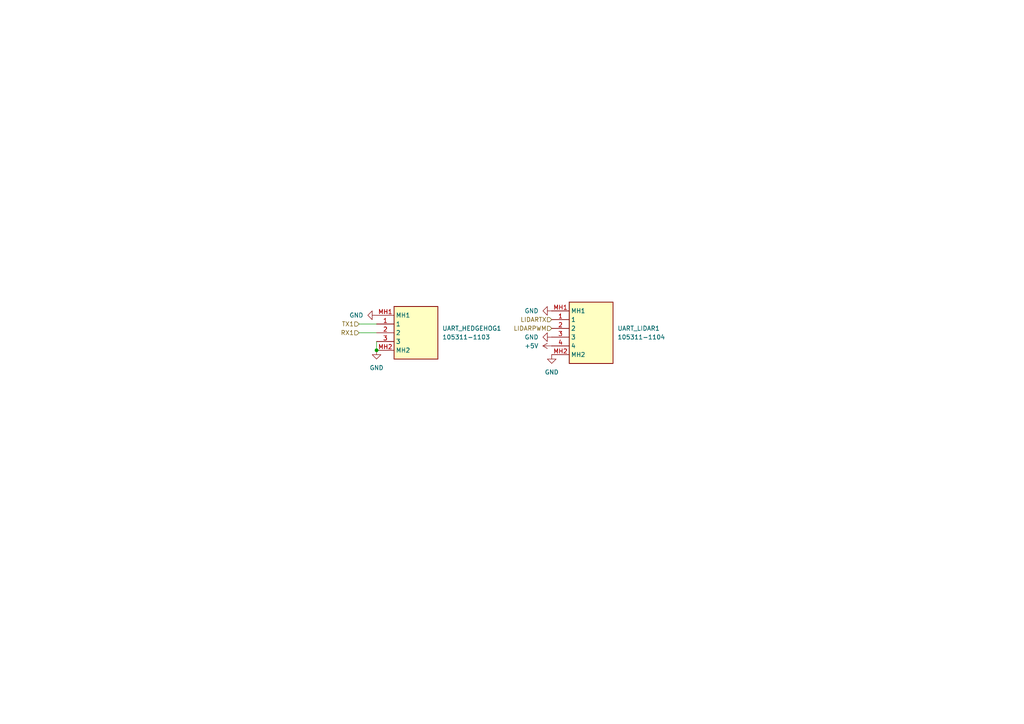
<source format=kicad_sch>
(kicad_sch
	(version 20231120)
	(generator "eeschema")
	(generator_version "8.0")
	(uuid "3748e153-e88a-4f38-9dde-3ed47d50f3d8")
	(paper "A4")
	(lib_symbols
		(symbol "Library_Loader:105311-1103"
			(exclude_from_sim no)
			(in_bom yes)
			(on_board yes)
			(property "Reference" "J"
				(at 19.05 7.62 0)
				(effects
					(font
						(size 1.27 1.27)
					)
					(justify left top)
				)
			)
			(property "Value" "105311-1103"
				(at 19.05 5.08 0)
				(effects
					(font
						(size 1.27 1.27)
					)
					(justify left top)
				)
			)
			(property "Footprint" "1053111103"
				(at 19.05 -94.92 0)
				(effects
					(font
						(size 1.27 1.27)
					)
					(justify left top)
					(hide yes)
				)
			)
			(property "Datasheet" "https://www.molex.com/pdm_docs/sd/1053111103_sd.pdf"
				(at 19.05 -194.92 0)
				(effects
					(font
						(size 1.27 1.27)
					)
					(justify left top)
					(hide yes)
				)
			)
			(property "Description" "Headers & Wire Housings NANOFIT HDR VT SGL FRK 3CKT TIN BLK"
				(at 0 0 0)
				(effects
					(font
						(size 1.27 1.27)
					)
					(hide yes)
				)
			)
			(property "Height" "10.71"
				(at 19.05 -394.92 0)
				(effects
					(font
						(size 1.27 1.27)
					)
					(justify left top)
					(hide yes)
				)
			)
			(property "Mouser Part Number" "538-105311-1103"
				(at 19.05 -494.92 0)
				(effects
					(font
						(size 1.27 1.27)
					)
					(justify left top)
					(hide yes)
				)
			)
			(property "Mouser Price/Stock" "https://www.mouser.co.uk/ProductDetail/Molex/105311-1103?qs=5aG0NVq1C4wR26wp%2FKUPmg%3D%3D"
				(at 19.05 -594.92 0)
				(effects
					(font
						(size 1.27 1.27)
					)
					(justify left top)
					(hide yes)
				)
			)
			(property "Manufacturer_Name" "Molex"
				(at 19.05 -694.92 0)
				(effects
					(font
						(size 1.27 1.27)
					)
					(justify left top)
					(hide yes)
				)
			)
			(property "Manufacturer_Part_Number" "105311-1103"
				(at 19.05 -794.92 0)
				(effects
					(font
						(size 1.27 1.27)
					)
					(justify left top)
					(hide yes)
				)
			)
			(symbol "105311-1103_1_1"
				(rectangle
					(start 5.08 2.54)
					(end 17.78 -12.7)
					(stroke
						(width 0.254)
						(type default)
					)
					(fill
						(type background)
					)
				)
				(pin passive line
					(at 0 -2.54 0)
					(length 5.08)
					(name "1"
						(effects
							(font
								(size 1.27 1.27)
							)
						)
					)
					(number "1"
						(effects
							(font
								(size 1.27 1.27)
							)
						)
					)
				)
				(pin passive line
					(at 0 -5.08 0)
					(length 5.08)
					(name "2"
						(effects
							(font
								(size 1.27 1.27)
							)
						)
					)
					(number "2"
						(effects
							(font
								(size 1.27 1.27)
							)
						)
					)
				)
				(pin passive line
					(at 0 -7.62 0)
					(length 5.08)
					(name "3"
						(effects
							(font
								(size 1.27 1.27)
							)
						)
					)
					(number "3"
						(effects
							(font
								(size 1.27 1.27)
							)
						)
					)
				)
				(pin passive line
					(at 0 0 0)
					(length 5.08)
					(name "MH1"
						(effects
							(font
								(size 1.27 1.27)
							)
						)
					)
					(number "MH1"
						(effects
							(font
								(size 1.27 1.27)
							)
						)
					)
				)
				(pin passive line
					(at 0 -10.16 0)
					(length 5.08)
					(name "MH2"
						(effects
							(font
								(size 1.27 1.27)
							)
						)
					)
					(number "MH2"
						(effects
							(font
								(size 1.27 1.27)
							)
						)
					)
				)
			)
		)
		(symbol "Library_Loader:105311-1104"
			(exclude_from_sim no)
			(in_bom yes)
			(on_board yes)
			(property "Reference" "J"
				(at 19.05 7.62 0)
				(effects
					(font
						(size 1.27 1.27)
					)
					(justify left top)
				)
			)
			(property "Value" "105311-1104"
				(at 19.05 5.08 0)
				(effects
					(font
						(size 1.27 1.27)
					)
					(justify left top)
				)
			)
			(property "Footprint" "1053111104"
				(at 19.05 -94.92 0)
				(effects
					(font
						(size 1.27 1.27)
					)
					(justify left top)
					(hide yes)
				)
			)
			(property "Datasheet" "https://www.molex.com/pdm_docs/sd/1053111104_sd.pdf"
				(at 19.05 -194.92 0)
				(effects
					(font
						(size 1.27 1.27)
					)
					(justify left top)
					(hide yes)
				)
			)
			(property "Description" "Headers & Wire Housings NANOFIT HDR VT SGL FRK 4CKT TIN BLK"
				(at 0 0 0)
				(effects
					(font
						(size 1.27 1.27)
					)
					(hide yes)
				)
			)
			(property "Height" "10.71"
				(at 19.05 -394.92 0)
				(effects
					(font
						(size 1.27 1.27)
					)
					(justify left top)
					(hide yes)
				)
			)
			(property "Mouser Part Number" "538-105311-1104"
				(at 19.05 -494.92 0)
				(effects
					(font
						(size 1.27 1.27)
					)
					(justify left top)
					(hide yes)
				)
			)
			(property "Mouser Price/Stock" "https://www.mouser.co.uk/ProductDetail/Molex/105311-1104?qs=5aG0NVq1C4z%2FSJfCecby%252BQ%3D%3D"
				(at 19.05 -594.92 0)
				(effects
					(font
						(size 1.27 1.27)
					)
					(justify left top)
					(hide yes)
				)
			)
			(property "Manufacturer_Name" "Molex"
				(at 19.05 -694.92 0)
				(effects
					(font
						(size 1.27 1.27)
					)
					(justify left top)
					(hide yes)
				)
			)
			(property "Manufacturer_Part_Number" "105311-1104"
				(at 19.05 -794.92 0)
				(effects
					(font
						(size 1.27 1.27)
					)
					(justify left top)
					(hide yes)
				)
			)
			(symbol "105311-1104_1_1"
				(rectangle
					(start 5.08 2.54)
					(end 17.78 -15.24)
					(stroke
						(width 0.254)
						(type default)
					)
					(fill
						(type background)
					)
				)
				(pin passive line
					(at 0 -2.54 0)
					(length 5.08)
					(name "1"
						(effects
							(font
								(size 1.27 1.27)
							)
						)
					)
					(number "1"
						(effects
							(font
								(size 1.27 1.27)
							)
						)
					)
				)
				(pin passive line
					(at 0 -5.08 0)
					(length 5.08)
					(name "2"
						(effects
							(font
								(size 1.27 1.27)
							)
						)
					)
					(number "2"
						(effects
							(font
								(size 1.27 1.27)
							)
						)
					)
				)
				(pin passive line
					(at 0 -7.62 0)
					(length 5.08)
					(name "3"
						(effects
							(font
								(size 1.27 1.27)
							)
						)
					)
					(number "3"
						(effects
							(font
								(size 1.27 1.27)
							)
						)
					)
				)
				(pin passive line
					(at 0 -10.16 0)
					(length 5.08)
					(name "4"
						(effects
							(font
								(size 1.27 1.27)
							)
						)
					)
					(number "4"
						(effects
							(font
								(size 1.27 1.27)
							)
						)
					)
				)
				(pin passive line
					(at 0 0 0)
					(length 5.08)
					(name "MH1"
						(effects
							(font
								(size 1.27 1.27)
							)
						)
					)
					(number "MH1"
						(effects
							(font
								(size 1.27 1.27)
							)
						)
					)
				)
				(pin passive line
					(at 0 -12.7 0)
					(length 5.08)
					(name "MH2"
						(effects
							(font
								(size 1.27 1.27)
							)
						)
					)
					(number "MH2"
						(effects
							(font
								(size 1.27 1.27)
							)
						)
					)
				)
			)
		)
		(symbol "power:+5V"
			(power)
			(pin_numbers hide)
			(pin_names
				(offset 0) hide)
			(exclude_from_sim no)
			(in_bom yes)
			(on_board yes)
			(property "Reference" "#PWR"
				(at 0 -3.81 0)
				(effects
					(font
						(size 1.27 1.27)
					)
					(hide yes)
				)
			)
			(property "Value" "+5V"
				(at 0 3.556 0)
				(effects
					(font
						(size 1.27 1.27)
					)
				)
			)
			(property "Footprint" ""
				(at 0 0 0)
				(effects
					(font
						(size 1.27 1.27)
					)
					(hide yes)
				)
			)
			(property "Datasheet" ""
				(at 0 0 0)
				(effects
					(font
						(size 1.27 1.27)
					)
					(hide yes)
				)
			)
			(property "Description" "Power symbol creates a global label with name \"+5V\""
				(at 0 0 0)
				(effects
					(font
						(size 1.27 1.27)
					)
					(hide yes)
				)
			)
			(property "ki_keywords" "global power"
				(at 0 0 0)
				(effects
					(font
						(size 1.27 1.27)
					)
					(hide yes)
				)
			)
			(symbol "+5V_0_1"
				(polyline
					(pts
						(xy -0.762 1.27) (xy 0 2.54)
					)
					(stroke
						(width 0)
						(type default)
					)
					(fill
						(type none)
					)
				)
				(polyline
					(pts
						(xy 0 0) (xy 0 2.54)
					)
					(stroke
						(width 0)
						(type default)
					)
					(fill
						(type none)
					)
				)
				(polyline
					(pts
						(xy 0 2.54) (xy 0.762 1.27)
					)
					(stroke
						(width 0)
						(type default)
					)
					(fill
						(type none)
					)
				)
			)
			(symbol "+5V_1_1"
				(pin power_in line
					(at 0 0 90)
					(length 0)
					(name "~"
						(effects
							(font
								(size 1.27 1.27)
							)
						)
					)
					(number "1"
						(effects
							(font
								(size 1.27 1.27)
							)
						)
					)
				)
			)
		)
		(symbol "power:GND"
			(power)
			(pin_numbers hide)
			(pin_names
				(offset 0) hide)
			(exclude_from_sim no)
			(in_bom yes)
			(on_board yes)
			(property "Reference" "#PWR"
				(at 0 -6.35 0)
				(effects
					(font
						(size 1.27 1.27)
					)
					(hide yes)
				)
			)
			(property "Value" "GND"
				(at 0 -3.81 0)
				(effects
					(font
						(size 1.27 1.27)
					)
				)
			)
			(property "Footprint" ""
				(at 0 0 0)
				(effects
					(font
						(size 1.27 1.27)
					)
					(hide yes)
				)
			)
			(property "Datasheet" ""
				(at 0 0 0)
				(effects
					(font
						(size 1.27 1.27)
					)
					(hide yes)
				)
			)
			(property "Description" "Power symbol creates a global label with name \"GND\" , ground"
				(at 0 0 0)
				(effects
					(font
						(size 1.27 1.27)
					)
					(hide yes)
				)
			)
			(property "ki_keywords" "global power"
				(at 0 0 0)
				(effects
					(font
						(size 1.27 1.27)
					)
					(hide yes)
				)
			)
			(symbol "GND_0_1"
				(polyline
					(pts
						(xy 0 0) (xy 0 -1.27) (xy 1.27 -1.27) (xy 0 -2.54) (xy -1.27 -1.27) (xy 0 -1.27)
					)
					(stroke
						(width 0)
						(type default)
					)
					(fill
						(type none)
					)
				)
			)
			(symbol "GND_1_1"
				(pin power_in line
					(at 0 0 270)
					(length 0)
					(name "~"
						(effects
							(font
								(size 1.27 1.27)
							)
						)
					)
					(number "1"
						(effects
							(font
								(size 1.27 1.27)
							)
						)
					)
				)
			)
		)
	)
	(junction
		(at 109.22 101.6)
		(diameter 0)
		(color 0 0 0 0)
		(uuid "c7f1cf8e-aae2-4216-b477-c6e28bfa0a24")
	)
	(wire
		(pts
			(xy 104.14 96.52) (xy 109.22 96.52)
		)
		(stroke
			(width 0)
			(type default)
		)
		(uuid "2aae6874-64f8-4d58-8a6a-a2088c37d48e")
	)
	(wire
		(pts
			(xy 109.22 99.06) (xy 109.22 101.6)
		)
		(stroke
			(width 0)
			(type default)
		)
		(uuid "8e3809a2-9668-4722-8116-ca1556b82a70")
	)
	(wire
		(pts
			(xy 104.14 93.98) (xy 109.22 93.98)
		)
		(stroke
			(width 0)
			(type default)
		)
		(uuid "f99bfde0-a37e-4e9a-87bb-9c96d6842ec4")
	)
	(hierarchical_label "RX1"
		(shape input)
		(at 104.14 96.52 180)
		(fields_autoplaced yes)
		(effects
			(font
				(size 1.27 1.27)
			)
			(justify right)
		)
		(uuid "7adcac4d-60a9-4004-a249-c258e7854a22")
	)
	(hierarchical_label "LIDARTX"
		(shape input)
		(at 160.02 92.71 180)
		(fields_autoplaced yes)
		(effects
			(font
				(size 1.27 1.27)
			)
			(justify right)
		)
		(uuid "93e6c38f-eaa7-45d4-8d54-7620dcc52508")
	)
	(hierarchical_label "LIDARPWM"
		(shape input)
		(at 160.02 95.25 180)
		(fields_autoplaced yes)
		(effects
			(font
				(size 1.27 1.27)
			)
			(justify right)
		)
		(uuid "cb8eac6a-ffc2-4e6b-8487-d88c2c48be53")
	)
	(hierarchical_label "TX1"
		(shape input)
		(at 104.14 93.98 180)
		(fields_autoplaced yes)
		(effects
			(font
				(size 1.27 1.27)
			)
			(justify right)
		)
		(uuid "cffa6a48-ea35-4813-8040-d5182c36f37c")
	)
	(symbol
		(lib_id "power:GND")
		(at 160.02 90.17 270)
		(unit 1)
		(exclude_from_sim no)
		(in_bom yes)
		(on_board yes)
		(dnp no)
		(fields_autoplaced yes)
		(uuid "0a292620-c1ae-4ee5-b9e3-4b70418ad593")
		(property "Reference" "#PWR067"
			(at 153.67 90.17 0)
			(effects
				(font
					(size 1.27 1.27)
				)
				(hide yes)
			)
		)
		(property "Value" "GND"
			(at 156.21 90.1699 90)
			(effects
				(font
					(size 1.27 1.27)
				)
				(justify right)
			)
		)
		(property "Footprint" ""
			(at 160.02 90.17 0)
			(effects
				(font
					(size 1.27 1.27)
				)
				(hide yes)
			)
		)
		(property "Datasheet" ""
			(at 160.02 90.17 0)
			(effects
				(font
					(size 1.27 1.27)
				)
				(hide yes)
			)
		)
		(property "Description" "Power symbol creates a global label with name \"GND\" , ground"
			(at 160.02 90.17 0)
			(effects
				(font
					(size 1.27 1.27)
				)
				(hide yes)
			)
		)
		(pin "1"
			(uuid "709e887d-47cd-40ec-baef-a269375b01e1")
		)
		(instances
			(project "PCB_CDFR"
				(path "/3c3cb7cd-e8cc-430c-ac5b-45b76eff6266/ff6f7ff1-71b7-4c64-94aa-021727bcca56"
					(reference "#PWR067")
					(unit 1)
				)
			)
		)
	)
	(symbol
		(lib_id "power:GND")
		(at 109.22 101.6 0)
		(unit 1)
		(exclude_from_sim no)
		(in_bom yes)
		(on_board yes)
		(dnp no)
		(fields_autoplaced yes)
		(uuid "0e0486c3-7779-4297-97f0-7e09baa071a2")
		(property "Reference" "#PWR017"
			(at 109.22 107.95 0)
			(effects
				(font
					(size 1.27 1.27)
				)
				(hide yes)
			)
		)
		(property "Value" "GND"
			(at 109.22 106.68 0)
			(effects
				(font
					(size 1.27 1.27)
				)
			)
		)
		(property "Footprint" ""
			(at 109.22 101.6 0)
			(effects
				(font
					(size 1.27 1.27)
				)
				(hide yes)
			)
		)
		(property "Datasheet" ""
			(at 109.22 101.6 0)
			(effects
				(font
					(size 1.27 1.27)
				)
				(hide yes)
			)
		)
		(property "Description" "Power symbol creates a global label with name \"GND\" , ground"
			(at 109.22 101.6 0)
			(effects
				(font
					(size 1.27 1.27)
				)
				(hide yes)
			)
		)
		(pin "1"
			(uuid "a1715acf-8798-48d8-a02b-3da8b7e501ca")
		)
		(instances
			(project "PCB_CDFR"
				(path "/3c3cb7cd-e8cc-430c-ac5b-45b76eff6266/ff6f7ff1-71b7-4c64-94aa-021727bcca56"
					(reference "#PWR017")
					(unit 1)
				)
			)
		)
	)
	(symbol
		(lib_id "Library_Loader:105311-1104")
		(at 160.02 90.17 0)
		(unit 1)
		(exclude_from_sim no)
		(in_bom yes)
		(on_board yes)
		(dnp no)
		(fields_autoplaced yes)
		(uuid "5b78d256-3934-4380-a58d-d08bc33fff38")
		(property "Reference" "UART_LIDAR1"
			(at 179.07 95.2499 0)
			(effects
				(font
					(size 1.27 1.27)
				)
				(justify left)
			)
		)
		(property "Value" "105311-1104"
			(at 179.07 97.7899 0)
			(effects
				(font
					(size 1.27 1.27)
				)
				(justify left)
			)
		)
		(property "Footprint" "Library_Loader:1053111104"
			(at 179.07 185.09 0)
			(effects
				(font
					(size 1.27 1.27)
				)
				(justify left top)
				(hide yes)
			)
		)
		(property "Datasheet" "https://www.molex.com/pdm_docs/sd/1053111104_sd.pdf"
			(at 179.07 285.09 0)
			(effects
				(font
					(size 1.27 1.27)
				)
				(justify left top)
				(hide yes)
			)
		)
		(property "Description" "Headers & Wire Housings NANOFIT HDR VT SGL FRK 4CKT TIN BLK"
			(at 160.02 90.17 0)
			(effects
				(font
					(size 1.27 1.27)
				)
				(hide yes)
			)
		)
		(property "Height" "10.71"
			(at 179.07 485.09 0)
			(effects
				(font
					(size 1.27 1.27)
				)
				(justify left top)
				(hide yes)
			)
		)
		(property "Mouser Part Number" "538-105311-1104"
			(at 179.07 585.09 0)
			(effects
				(font
					(size 1.27 1.27)
				)
				(justify left top)
				(hide yes)
			)
		)
		(property "Mouser Price/Stock" "https://www.mouser.co.uk/ProductDetail/Molex/105311-1104?qs=5aG0NVq1C4z%2FSJfCecby%252BQ%3D%3D"
			(at 179.07 685.09 0)
			(effects
				(font
					(size 1.27 1.27)
				)
				(justify left top)
				(hide yes)
			)
		)
		(property "Manufacturer_Name" "Molex"
			(at 179.07 785.09 0)
			(effects
				(font
					(size 1.27 1.27)
				)
				(justify left top)
				(hide yes)
			)
		)
		(property "Manufacturer_Part_Number" "105311-1104"
			(at 179.07 885.09 0)
			(effects
				(font
					(size 1.27 1.27)
				)
				(justify left top)
				(hide yes)
			)
		)
		(pin "2"
			(uuid "b05c6fc5-6ec2-4a27-a754-53c9890c6688")
		)
		(pin "MH2"
			(uuid "f5cd16b4-c944-42d9-b3b1-69ce40b612e0")
		)
		(pin "1"
			(uuid "1e8ca32e-2be3-4f10-969e-a7496b3c3682")
		)
		(pin "3"
			(uuid "a49ce647-048b-462b-92d3-228579255f54")
		)
		(pin "4"
			(uuid "68fe5ef5-964e-4d2b-840f-9ade87e4baa7")
		)
		(pin "MH1"
			(uuid "ee50ccbf-335c-4cae-bdb2-c381a01c93a6")
		)
		(instances
			(project ""
				(path "/3c3cb7cd-e8cc-430c-ac5b-45b76eff6266/ff6f7ff1-71b7-4c64-94aa-021727bcca56"
					(reference "UART_LIDAR1")
					(unit 1)
				)
			)
		)
	)
	(symbol
		(lib_id "power:GND")
		(at 160.02 97.79 270)
		(unit 1)
		(exclude_from_sim no)
		(in_bom yes)
		(on_board yes)
		(dnp no)
		(fields_autoplaced yes)
		(uuid "a80bf4df-19f5-423f-bab5-09fcce745272")
		(property "Reference" "#PWR069"
			(at 153.67 97.79 0)
			(effects
				(font
					(size 1.27 1.27)
				)
				(hide yes)
			)
		)
		(property "Value" "GND"
			(at 156.21 97.7899 90)
			(effects
				(font
					(size 1.27 1.27)
				)
				(justify right)
			)
		)
		(property "Footprint" ""
			(at 160.02 97.79 0)
			(effects
				(font
					(size 1.27 1.27)
				)
				(hide yes)
			)
		)
		(property "Datasheet" ""
			(at 160.02 97.79 0)
			(effects
				(font
					(size 1.27 1.27)
				)
				(hide yes)
			)
		)
		(property "Description" "Power symbol creates a global label with name \"GND\" , ground"
			(at 160.02 97.79 0)
			(effects
				(font
					(size 1.27 1.27)
				)
				(hide yes)
			)
		)
		(pin "1"
			(uuid "c82f4173-62fc-4183-9cf0-6eadf6e2e9fb")
		)
		(instances
			(project "PCB_CDFR"
				(path "/3c3cb7cd-e8cc-430c-ac5b-45b76eff6266/ff6f7ff1-71b7-4c64-94aa-021727bcca56"
					(reference "#PWR069")
					(unit 1)
				)
			)
		)
	)
	(symbol
		(lib_id "power:GND")
		(at 160.02 102.87 0)
		(unit 1)
		(exclude_from_sim no)
		(in_bom yes)
		(on_board yes)
		(dnp no)
		(fields_autoplaced yes)
		(uuid "c2755050-da4d-4b22-a313-8539fe5bf370")
		(property "Reference" "#PWR068"
			(at 160.02 109.22 0)
			(effects
				(font
					(size 1.27 1.27)
				)
				(hide yes)
			)
		)
		(property "Value" "GND"
			(at 160.02 107.95 0)
			(effects
				(font
					(size 1.27 1.27)
				)
			)
		)
		(property "Footprint" ""
			(at 160.02 102.87 0)
			(effects
				(font
					(size 1.27 1.27)
				)
				(hide yes)
			)
		)
		(property "Datasheet" ""
			(at 160.02 102.87 0)
			(effects
				(font
					(size 1.27 1.27)
				)
				(hide yes)
			)
		)
		(property "Description" "Power symbol creates a global label with name \"GND\" , ground"
			(at 160.02 102.87 0)
			(effects
				(font
					(size 1.27 1.27)
				)
				(hide yes)
			)
		)
		(pin "1"
			(uuid "7cd5ed39-ec8c-493e-8526-b2990348c135")
		)
		(instances
			(project "PCB_CDFR"
				(path "/3c3cb7cd-e8cc-430c-ac5b-45b76eff6266/ff6f7ff1-71b7-4c64-94aa-021727bcca56"
					(reference "#PWR068")
					(unit 1)
				)
			)
		)
	)
	(symbol
		(lib_id "power:+5V")
		(at 160.02 100.33 90)
		(unit 1)
		(exclude_from_sim no)
		(in_bom yes)
		(on_board yes)
		(dnp no)
		(fields_autoplaced yes)
		(uuid "cc990fe9-5138-4e54-8960-bd67a5326e24")
		(property "Reference" "#PWR070"
			(at 163.83 100.33 0)
			(effects
				(font
					(size 1.27 1.27)
				)
				(hide yes)
			)
		)
		(property "Value" "+5V"
			(at 156.21 100.3299 90)
			(effects
				(font
					(size 1.27 1.27)
				)
				(justify left)
			)
		)
		(property "Footprint" ""
			(at 160.02 100.33 0)
			(effects
				(font
					(size 1.27 1.27)
				)
				(hide yes)
			)
		)
		(property "Datasheet" ""
			(at 160.02 100.33 0)
			(effects
				(font
					(size 1.27 1.27)
				)
				(hide yes)
			)
		)
		(property "Description" "Power symbol creates a global label with name \"+5V\""
			(at 160.02 100.33 0)
			(effects
				(font
					(size 1.27 1.27)
				)
				(hide yes)
			)
		)
		(pin "1"
			(uuid "9150263b-783a-4874-be16-ae94cd4def00")
		)
		(instances
			(project ""
				(path "/3c3cb7cd-e8cc-430c-ac5b-45b76eff6266/ff6f7ff1-71b7-4c64-94aa-021727bcca56"
					(reference "#PWR070")
					(unit 1)
				)
			)
		)
	)
	(symbol
		(lib_id "power:GND")
		(at 109.22 91.44 270)
		(unit 1)
		(exclude_from_sim no)
		(in_bom yes)
		(on_board yes)
		(dnp no)
		(fields_autoplaced yes)
		(uuid "ceb57939-aec6-4811-bddd-4a36499ba688")
		(property "Reference" "#PWR01"
			(at 102.87 91.44 0)
			(effects
				(font
					(size 1.27 1.27)
				)
				(hide yes)
			)
		)
		(property "Value" "GND"
			(at 105.41 91.4399 90)
			(effects
				(font
					(size 1.27 1.27)
				)
				(justify right)
			)
		)
		(property "Footprint" ""
			(at 109.22 91.44 0)
			(effects
				(font
					(size 1.27 1.27)
				)
				(hide yes)
			)
		)
		(property "Datasheet" ""
			(at 109.22 91.44 0)
			(effects
				(font
					(size 1.27 1.27)
				)
				(hide yes)
			)
		)
		(property "Description" "Power symbol creates a global label with name \"GND\" , ground"
			(at 109.22 91.44 0)
			(effects
				(font
					(size 1.27 1.27)
				)
				(hide yes)
			)
		)
		(pin "1"
			(uuid "cdfa3631-547a-4e0a-a347-574e526c629a")
		)
		(instances
			(project "PCB_CDFR"
				(path "/3c3cb7cd-e8cc-430c-ac5b-45b76eff6266/ff6f7ff1-71b7-4c64-94aa-021727bcca56"
					(reference "#PWR01")
					(unit 1)
				)
			)
		)
	)
	(symbol
		(lib_id "Library_Loader:105311-1103")
		(at 109.22 91.44 0)
		(unit 1)
		(exclude_from_sim no)
		(in_bom yes)
		(on_board yes)
		(dnp no)
		(fields_autoplaced yes)
		(uuid "e541d70f-4901-42f6-8088-6e89d7a232e3")
		(property "Reference" "UART_HEDGEHOG1"
			(at 128.27 95.2499 0)
			(effects
				(font
					(size 1.27 1.27)
				)
				(justify left)
			)
		)
		(property "Value" "105311-1103"
			(at 128.27 97.7899 0)
			(effects
				(font
					(size 1.27 1.27)
				)
				(justify left)
			)
		)
		(property "Footprint" "Library_Loader:1053111103"
			(at 128.27 186.36 0)
			(effects
				(font
					(size 1.27 1.27)
				)
				(justify left top)
				(hide yes)
			)
		)
		(property "Datasheet" "https://www.molex.com/pdm_docs/sd/1053111103_sd.pdf"
			(at 128.27 286.36 0)
			(effects
				(font
					(size 1.27 1.27)
				)
				(justify left top)
				(hide yes)
			)
		)
		(property "Description" "Headers & Wire Housings NANOFIT HDR VT SGL FRK 3CKT TIN BLK"
			(at 109.22 91.44 0)
			(effects
				(font
					(size 1.27 1.27)
				)
				(hide yes)
			)
		)
		(property "Height" "10.71"
			(at 128.27 486.36 0)
			(effects
				(font
					(size 1.27 1.27)
				)
				(justify left top)
				(hide yes)
			)
		)
		(property "Mouser Part Number" "538-105311-1103"
			(at 128.27 586.36 0)
			(effects
				(font
					(size 1.27 1.27)
				)
				(justify left top)
				(hide yes)
			)
		)
		(property "Mouser Price/Stock" "https://www.mouser.co.uk/ProductDetail/Molex/105311-1103?qs=5aG0NVq1C4wR26wp%2FKUPmg%3D%3D"
			(at 128.27 686.36 0)
			(effects
				(font
					(size 1.27 1.27)
				)
				(justify left top)
				(hide yes)
			)
		)
		(property "Manufacturer_Name" "Molex"
			(at 128.27 786.36 0)
			(effects
				(font
					(size 1.27 1.27)
				)
				(justify left top)
				(hide yes)
			)
		)
		(property "Manufacturer_Part_Number" "105311-1103"
			(at 128.27 886.36 0)
			(effects
				(font
					(size 1.27 1.27)
				)
				(justify left top)
				(hide yes)
			)
		)
		(pin "3"
			(uuid "2e2649ec-96de-4bbe-a799-0eee73063295")
		)
		(pin "MH2"
			(uuid "494bd912-0cb1-4e81-9dcd-a1a2d06b16d2")
		)
		(pin "1"
			(uuid "f795706f-db6e-4b15-b37d-89521c233fd4")
		)
		(pin "2"
			(uuid "ba660c4b-c214-4fe9-8b16-7941421b319b")
		)
		(pin "MH1"
			(uuid "7521f4c1-1159-4d79-9bdd-5a50ad4165a9")
		)
		(instances
			(project "PCB_CDFR"
				(path "/3c3cb7cd-e8cc-430c-ac5b-45b76eff6266/ff6f7ff1-71b7-4c64-94aa-021727bcca56"
					(reference "UART_HEDGEHOG1")
					(unit 1)
				)
			)
		)
	)
)

</source>
